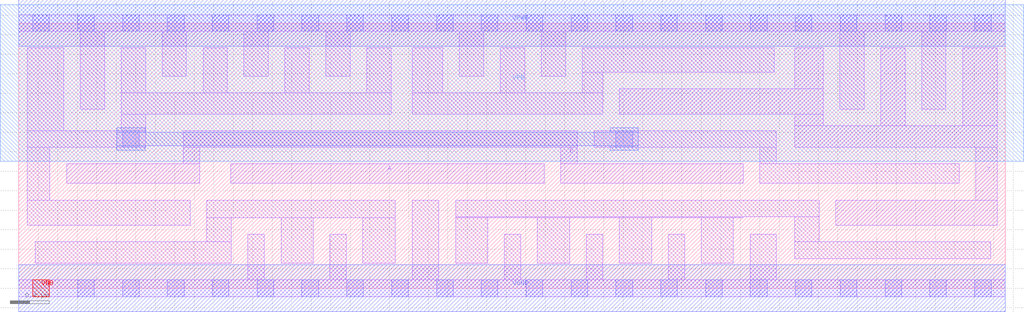
<source format=lef>
# Copyright 2020 The SkyWater PDK Authors
#
# Licensed under the Apache License, Version 2.0 (the "License");
# you may not use this file except in compliance with the License.
# You may obtain a copy of the License at
#
#     https://www.apache.org/licenses/LICENSE-2.0
#
# Unless required by applicable law or agreed to in writing, software
# distributed under the License is distributed on an "AS IS" BASIS,
# WITHOUT WARRANTIES OR CONDITIONS OF ANY KIND, either express or implied.
# See the License for the specific language governing permissions and
# limitations under the License.
#
# SPDX-License-Identifier: Apache-2.0

VERSION 5.7 ;
  NOWIREEXTENSIONATPIN ON ;
  DIVIDERCHAR "/" ;
  BUSBITCHARS "[]" ;
MACRO sky130_fd_sc_hd__xnor2_4
  CLASS CORE ;
  FOREIGN sky130_fd_sc_hd__xnor2_4 ;
  ORIGIN  0.000000  0.000000 ;
  SIZE  10.12000 BY  2.720000 ;
  SYMMETRY X Y R90 ;
  SITE unithd ;
  PIN A
    ANTENNAGATEAREA  1.980000 ;
    DIRECTION INPUT ;
    USE SIGNAL ;
    PORT
      LAYER li1 ;
        RECT 2.175000 1.075000 5.390000 1.275000 ;
    END
  END A
  PIN B
    ANTENNAGATEAREA  1.980000 ;
    DIRECTION INPUT ;
    USE SIGNAL ;
    PORT
      LAYER li1 ;
        RECT 0.490000 1.075000 1.855000 1.275000 ;
        RECT 1.685000 1.275000 1.855000 1.445000 ;
        RECT 1.685000 1.445000 5.730000 1.615000 ;
        RECT 5.560000 1.075000 7.430000 1.275000 ;
        RECT 5.560000 1.275000 5.730000 1.445000 ;
    END
  END B
  PIN VNB
    PORT
      LAYER pwell ;
        RECT 0.145000 -0.085000 0.315000 0.085000 ;
    END
  END VNB
  PIN VPB
    PORT
      LAYER nwell ;
        RECT -0.190000 1.305000 10.310000 2.910000 ;
    END
  END VPB
  PIN Y
    ANTENNADIFFAREA  1.721000 ;
    DIRECTION OUTPUT ;
    USE SIGNAL ;
    PORT
      LAYER li1 ;
        RECT 6.160000 1.785000  8.250000 2.045000 ;
        RECT 7.960000 1.445000 10.035000 1.665000 ;
        RECT 7.960000 1.665000  8.250000 1.785000 ;
        RECT 7.960000 2.045000  8.250000 2.465000 ;
        RECT 8.380000 0.645000 10.035000 0.905000 ;
        RECT 8.840000 1.665000  9.090000 2.465000 ;
        RECT 9.680000 1.665000 10.035000 2.465000 ;
        RECT 9.815000 0.905000 10.035000 1.445000 ;
    END
  END Y
  PIN VGND
    DIRECTION INOUT ;
    SHAPE ABUTMENT ;
    USE GROUND ;
    PORT
      LAYER met1 ;
        RECT 0.000000 -0.240000 10.120000 0.240000 ;
    END
  END VGND
  PIN VPWR
    DIRECTION INOUT ;
    SHAPE ABUTMENT ;
    USE POWER ;
    PORT
      LAYER met1 ;
        RECT 0.000000 2.480000 10.120000 2.960000 ;
    END
  END VPWR
  OBS
    LAYER li1 ;
      RECT 0.000000 -0.085000 10.120000 0.085000 ;
      RECT 0.000000  2.635000 10.120000 2.805000 ;
      RECT 0.085000  0.645000  1.760000 0.905000 ;
      RECT 0.085000  0.905000  0.320000 1.445000 ;
      RECT 0.085000  1.445000  1.300000 1.615000 ;
      RECT 0.085000  1.615000  0.460000 2.465000 ;
      RECT 0.170000  0.255000  2.180000 0.475000 ;
      RECT 0.630000  1.835000  0.880000 2.635000 ;
      RECT 1.050000  1.615000  1.300000 1.785000 ;
      RECT 1.050000  1.785000  3.820000 2.005000 ;
      RECT 1.050000  2.005000  1.300000 2.465000 ;
      RECT 1.470000  2.175000  1.720000 2.635000 ;
      RECT 1.890000  2.005000  2.140000 2.465000 ;
      RECT 1.930000  0.475000  2.180000 0.725000 ;
      RECT 1.930000  0.725000  3.860000 0.905000 ;
      RECT 2.310000  2.175000  2.560000 2.635000 ;
      RECT 2.350000  0.085000  2.520000 0.555000 ;
      RECT 2.690000  0.255000  3.020000 0.725000 ;
      RECT 2.730000  2.005000  2.980000 2.465000 ;
      RECT 3.150000  2.175000  3.400000 2.635000 ;
      RECT 3.190000  0.085000  3.360000 0.555000 ;
      RECT 3.530000  0.255000  3.860000 0.725000 ;
      RECT 3.570000  2.005000  3.820000 2.465000 ;
      RECT 4.035000  0.085000  4.310000 0.905000 ;
      RECT 4.035000  1.785000  5.990000 2.005000 ;
      RECT 4.035000  2.005000  4.350000 2.465000 ;
      RECT 4.480000  0.255000  4.810000 0.725000 ;
      RECT 4.480000  0.725000  7.430000 0.735000 ;
      RECT 4.480000  0.735000  8.210000 0.905000 ;
      RECT 4.520000  2.175000  4.770000 2.635000 ;
      RECT 4.940000  2.005000  5.190000 2.465000 ;
      RECT 4.980000  0.085000  5.150000 0.555000 ;
      RECT 5.320000  0.255000  5.650000 0.725000 ;
      RECT 5.360000  2.175000  5.610000 2.635000 ;
      RECT 5.780000  2.005000  5.990000 2.215000 ;
      RECT 5.780000  2.215000  7.750000 2.465000 ;
      RECT 5.820000  0.085000  5.990000 0.555000 ;
      RECT 5.900000  1.445000  7.770000 1.615000 ;
      RECT 6.160000  0.255000  6.490000 0.725000 ;
      RECT 6.660000  0.085000  6.830000 0.555000 ;
      RECT 7.000000  0.255000  7.330000 0.725000 ;
      RECT 7.500000  0.085000  7.770000 0.555000 ;
      RECT 7.600000  1.075000  9.645000 1.275000 ;
      RECT 7.600000  1.275000  7.770000 1.445000 ;
      RECT 7.960000  0.305000  9.970000 0.475000 ;
      RECT 7.960000  0.475000  8.210000 0.735000 ;
      RECT 8.420000  1.835000  8.670000 2.635000 ;
      RECT 9.260000  1.835000  9.510000 2.635000 ;
    LAYER mcon ;
      RECT 0.145000 -0.085000 0.315000 0.085000 ;
      RECT 0.145000  2.635000 0.315000 2.805000 ;
      RECT 0.605000 -0.085000 0.775000 0.085000 ;
      RECT 0.605000  2.635000 0.775000 2.805000 ;
      RECT 1.065000 -0.085000 1.235000 0.085000 ;
      RECT 1.065000  1.445000 1.235000 1.615000 ;
      RECT 1.065000  2.635000 1.235000 2.805000 ;
      RECT 1.525000 -0.085000 1.695000 0.085000 ;
      RECT 1.525000  2.635000 1.695000 2.805000 ;
      RECT 1.985000 -0.085000 2.155000 0.085000 ;
      RECT 1.985000  2.635000 2.155000 2.805000 ;
      RECT 2.445000 -0.085000 2.615000 0.085000 ;
      RECT 2.445000  2.635000 2.615000 2.805000 ;
      RECT 2.905000 -0.085000 3.075000 0.085000 ;
      RECT 2.905000  2.635000 3.075000 2.805000 ;
      RECT 3.365000 -0.085000 3.535000 0.085000 ;
      RECT 3.365000  2.635000 3.535000 2.805000 ;
      RECT 3.825000 -0.085000 3.995000 0.085000 ;
      RECT 3.825000  2.635000 3.995000 2.805000 ;
      RECT 4.285000 -0.085000 4.455000 0.085000 ;
      RECT 4.285000  2.635000 4.455000 2.805000 ;
      RECT 4.745000 -0.085000 4.915000 0.085000 ;
      RECT 4.745000  2.635000 4.915000 2.805000 ;
      RECT 5.205000 -0.085000 5.375000 0.085000 ;
      RECT 5.205000  2.635000 5.375000 2.805000 ;
      RECT 5.665000 -0.085000 5.835000 0.085000 ;
      RECT 5.665000  2.635000 5.835000 2.805000 ;
      RECT 6.125000 -0.085000 6.295000 0.085000 ;
      RECT 6.125000  1.445000 6.295000 1.615000 ;
      RECT 6.125000  2.635000 6.295000 2.805000 ;
      RECT 6.585000 -0.085000 6.755000 0.085000 ;
      RECT 6.585000  2.635000 6.755000 2.805000 ;
      RECT 7.045000 -0.085000 7.215000 0.085000 ;
      RECT 7.045000  2.635000 7.215000 2.805000 ;
      RECT 7.505000 -0.085000 7.675000 0.085000 ;
      RECT 7.505000  2.635000 7.675000 2.805000 ;
      RECT 7.965000 -0.085000 8.135000 0.085000 ;
      RECT 7.965000  2.635000 8.135000 2.805000 ;
      RECT 8.425000 -0.085000 8.595000 0.085000 ;
      RECT 8.425000  2.635000 8.595000 2.805000 ;
      RECT 8.885000 -0.085000 9.055000 0.085000 ;
      RECT 8.885000  2.635000 9.055000 2.805000 ;
      RECT 9.345000 -0.085000 9.515000 0.085000 ;
      RECT 9.345000  2.635000 9.515000 2.805000 ;
      RECT 9.805000 -0.085000 9.975000 0.085000 ;
      RECT 9.805000  2.635000 9.975000 2.805000 ;
    LAYER met1 ;
      RECT 1.005000 1.415000 1.295000 1.460000 ;
      RECT 1.005000 1.460000 6.355000 1.600000 ;
      RECT 1.005000 1.600000 1.295000 1.645000 ;
      RECT 6.065000 1.415000 6.355000 1.460000 ;
      RECT 6.065000 1.600000 6.355000 1.645000 ;
  END
END sky130_fd_sc_hd__xnor2_4
END LIBRARY

</source>
